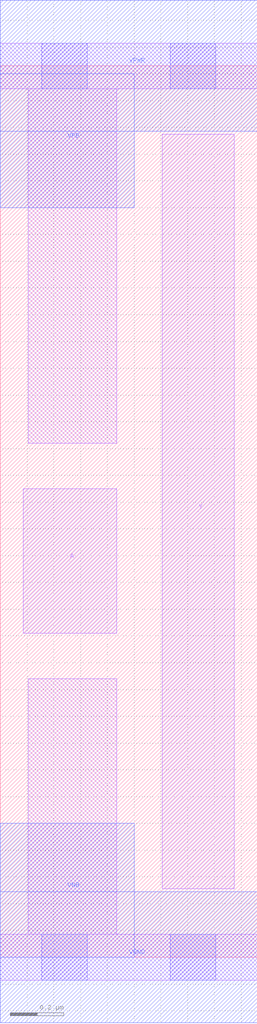
<source format=lef>
# Copyright 2020 The SkyWater PDK Authors
#
# Licensed under the Apache License, Version 2.0 (the "License");
# you may not use this file except in compliance with the License.
# You may obtain a copy of the License at
#
#     https://www.apache.org/licenses/LICENSE-2.0
#
# Unless required by applicable law or agreed to in writing, software
# distributed under the License is distributed on an "AS IS" BASIS,
# WITHOUT WARRANTIES OR CONDITIONS OF ANY KIND, either express or implied.
# See the License for the specific language governing permissions and
# limitations under the License.
#
# SPDX-License-Identifier: Apache-2.0

VERSION 5.5 ;
NAMESCASESENSITIVE ON ;
BUSBITCHARS "[]" ;
DIVIDERCHAR "/" ;
MACRO sky130_fd_sc_lp__inv_1
  CLASS CORE ;
  SOURCE USER ;
  ORIGIN  0.000000  0.000000 ;
  SIZE  0.960000 BY  3.330000 ;
  SYMMETRY X Y R90 ;
  SITE unit ;
  PIN A
    ANTENNAGATEAREA  0.315000 ;
    DIRECTION INPUT ;
    USE SIGNAL ;
    PORT
      LAYER li1 ;
        RECT 0.085000 1.210000 0.435000 1.750000 ;
    END
  END A
  PIN Y
    ANTENNADIFFAREA  0.556500 ;
    DIRECTION OUTPUT ;
    USE SIGNAL ;
    PORT
      LAYER li1 ;
        RECT 0.605000 0.255000 0.875000 3.075000 ;
    END
  END Y
  PIN VGND
    DIRECTION INOUT ;
    USE GROUND ;
    PORT
      LAYER met1 ;
        RECT 0.000000 -0.245000 0.960000 0.245000 ;
    END
  END VGND
  PIN VNB
    DIRECTION INOUT ;
    USE GROUND ;
    PORT
      LAYER met1 ;
        RECT 0.000000 0.000000 0.500000 0.500000 ;
    END
  END VNB
  PIN VPB
    DIRECTION INOUT ;
    USE POWER ;
    PORT
      LAYER met1 ;
        RECT 0.000000 2.800000 0.500000 3.300000 ;
    END
  END VPB
  PIN VPWR
    DIRECTION INOUT ;
    USE POWER ;
    PORT
      LAYER met1 ;
        RECT 0.000000 3.085000 0.960000 3.575000 ;
    END
  END VPWR
  OBS
    LAYER li1 ;
      RECT 0.000000 -0.085000 0.960000 0.085000 ;
      RECT 0.000000  3.245000 0.960000 3.415000 ;
      RECT 0.105000  0.085000 0.435000 1.040000 ;
      RECT 0.105000  1.920000 0.435000 3.245000 ;
    LAYER mcon ;
      RECT 0.155000 -0.085000 0.325000 0.085000 ;
      RECT 0.155000  3.245000 0.325000 3.415000 ;
      RECT 0.635000 -0.085000 0.805000 0.085000 ;
      RECT 0.635000  3.245000 0.805000 3.415000 ;
  END
END sky130_fd_sc_lp__inv_1

</source>
